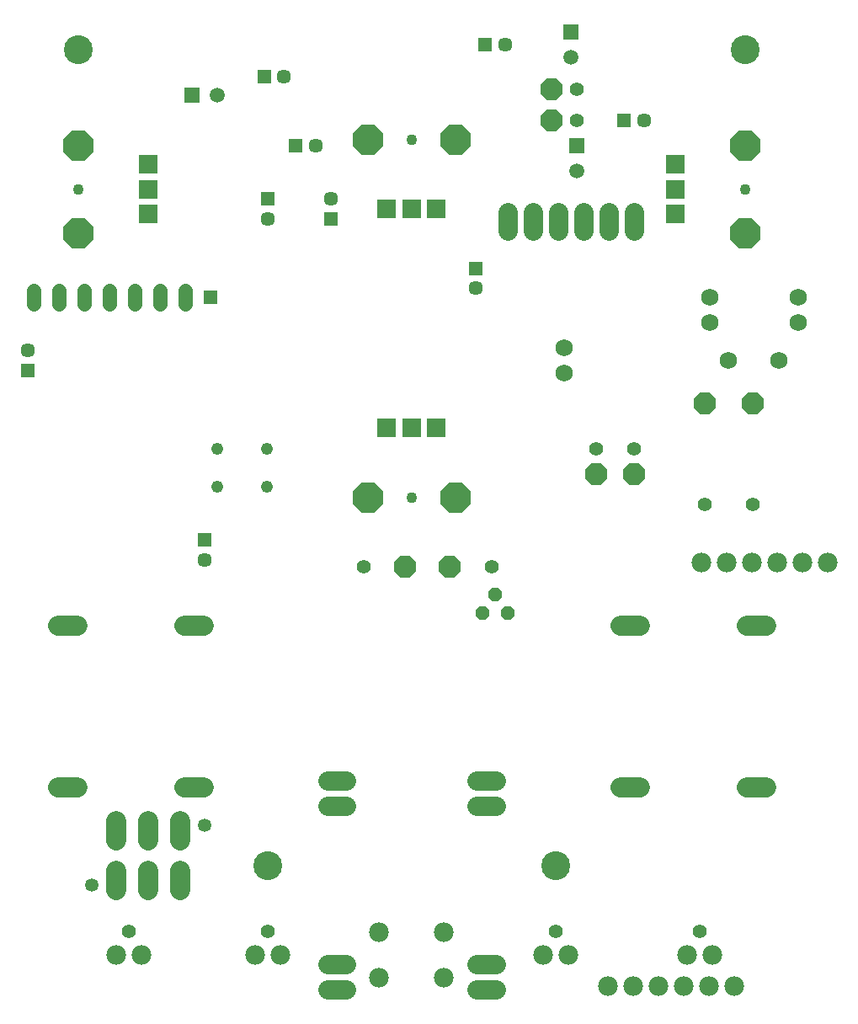
<source format=gbr>
G04 EAGLE Gerber X2 export*
%TF.Part,Single*%
%TF.FileFunction,Soldermask,Bot,1*%
%TF.FilePolarity,Positive*%
%TF.GenerationSoftware,Autodesk,EAGLE,9.2.2*%
%TF.CreationDate,2019-03-12T13:45:00Z*%
G75*
%MOMM*%
%FSLAX34Y34*%
%LPD*%
%INSoldermask Bottom*%
%AMOC8*
5,1,8,0,0,1.08239X$1,22.5*%
G01*
%ADD10R,1.451600X1.451600*%
%ADD11C,1.451600*%
%ADD12C,1.752600*%
%ADD13C,1.244600*%
%ADD14C,1.509600*%
%ADD15R,1.509600X1.509600*%
%ADD16C,1.981200*%
%ADD17R,1.981200X1.981200*%
%ADD18P,3.357141X8X22.500000*%
%ADD19C,1.101600*%
%ADD20R,1.422400X1.422400*%
%ADD21C,1.422400*%
%ADD22P,3.357141X8X112.500000*%
%ADD23P,3.357141X8X202.500000*%
%ADD24P,3.357141X8X292.500000*%
%ADD25C,2.051600*%
%ADD26P,2.446851X8X22.500000*%
%ADD27C,1.351600*%
%ADD28C,1.981200*%
%ADD29C,2.901600*%
%ADD30P,1.539592X8X22.500000*%
%ADD31C,1.401600*%
%ADD32P,2.446851X8X202.500000*%


D10*
X55900Y637700D03*
D11*
X55900Y657700D03*
D10*
X360700Y790100D03*
D11*
X360700Y810100D03*
D10*
X297200Y810100D03*
D11*
X297200Y790100D03*
D12*
X595650Y635000D03*
X595650Y660400D03*
D10*
X325300Y863600D03*
D11*
X345300Y863600D03*
D13*
X296800Y520700D03*
X246800Y520700D03*
D10*
X293550Y933450D03*
D11*
X313550Y933450D03*
D14*
X246400Y914400D03*
D15*
X221000Y914400D03*
D16*
X538500Y796798D02*
X538500Y778002D01*
X563900Y778002D02*
X563900Y796798D01*
X589300Y796798D02*
X589300Y778002D01*
X614700Y778002D02*
X614700Y796798D01*
X640100Y796798D02*
X640100Y778002D01*
X665500Y778002D02*
X665500Y796798D01*
D17*
X177000Y845000D03*
X177000Y820000D03*
X177000Y795000D03*
D18*
X107000Y864000D03*
X107000Y776000D03*
D19*
X107000Y820000D03*
D20*
X240050Y711200D03*
D21*
X214650Y717804D02*
X214650Y704596D01*
X189250Y704596D02*
X189250Y717804D01*
X163850Y717804D02*
X163850Y704596D01*
X138450Y704596D02*
X138450Y717804D01*
X113050Y717804D02*
X113050Y704596D01*
X87650Y704596D02*
X87650Y717804D01*
X62250Y717804D02*
X62250Y704596D01*
D12*
X760750Y647700D03*
X811550Y647700D03*
D17*
X417000Y580000D03*
X442000Y580000D03*
X467000Y580000D03*
D22*
X398000Y510000D03*
X486000Y510000D03*
D19*
X442000Y510000D03*
D17*
X707000Y795000D03*
X707000Y820000D03*
X707000Y845000D03*
D23*
X777000Y776000D03*
X777000Y864000D03*
D19*
X777000Y820000D03*
D17*
X467000Y800000D03*
X442000Y800000D03*
X417000Y800000D03*
D24*
X486000Y870000D03*
X398000Y870000D03*
D19*
X442000Y870000D03*
D25*
X106250Y218850D02*
X86750Y218850D01*
X86750Y381150D02*
X106250Y381150D01*
X213750Y218850D02*
X233250Y218850D01*
X233250Y381150D02*
X213750Y381150D01*
X778750Y381150D02*
X798250Y381150D01*
X798250Y218850D02*
X778750Y218850D01*
X671250Y381150D02*
X651750Y381150D01*
X651750Y218850D02*
X671250Y218850D01*
D10*
X655500Y889000D03*
D11*
X675500Y889000D03*
D10*
X515800Y965200D03*
D11*
X535800Y965200D03*
D14*
X608350Y838200D03*
D15*
X608350Y863600D03*
D14*
X602000Y952500D03*
D15*
X602000Y977900D03*
D10*
X233700Y467200D03*
D11*
X233700Y447200D03*
D13*
X296800Y558800D03*
X246800Y558800D03*
D26*
X627400Y533400D03*
X665500Y533400D03*
X582950Y920750D03*
X582950Y889000D03*
D25*
X145000Y135000D02*
X145000Y115500D01*
X177000Y115500D02*
X177000Y135000D01*
X209000Y135000D02*
X209000Y115500D01*
X209000Y165000D02*
X209000Y184500D01*
X177000Y184500D02*
X177000Y165000D01*
X145000Y165000D02*
X145000Y184500D01*
D27*
X120000Y120000D03*
X234000Y180000D03*
D28*
X474512Y72606D03*
X409488Y72606D03*
X474512Y27394D03*
X409488Y27394D03*
X170200Y50000D03*
X144800Y50000D03*
X309900Y50000D03*
X284500Y50000D03*
X599700Y50000D03*
X574300Y50000D03*
X744700Y50000D03*
X719300Y50000D03*
D29*
X107000Y960000D03*
X777000Y960000D03*
D30*
X538500Y393700D03*
X525800Y412750D03*
X513100Y393700D03*
D12*
X741700Y711200D03*
X741700Y685800D03*
X830600Y711200D03*
X830600Y685800D03*
D29*
X297000Y140000D03*
X587000Y140000D03*
D10*
X506750Y740250D03*
D11*
X506750Y720250D03*
D31*
X608350Y889000D03*
X608350Y920750D03*
X627400Y558800D03*
X665500Y558800D03*
D32*
X785183Y604258D03*
D26*
X736512Y604258D03*
D31*
X785183Y502936D03*
X736512Y502936D03*
X393696Y440002D03*
X522315Y440002D03*
D26*
X435510Y440002D03*
X480500Y440002D03*
D16*
X507602Y200000D02*
X526398Y200000D01*
X526398Y225400D02*
X507602Y225400D01*
X376398Y200000D02*
X357602Y200000D01*
X357602Y225400D02*
X376398Y225400D01*
X507602Y15000D02*
X526398Y15000D01*
X526398Y40400D02*
X507602Y40400D01*
X376398Y15000D02*
X357602Y15000D01*
X357602Y40400D02*
X376398Y40400D01*
D28*
X766746Y18896D03*
X741346Y18896D03*
X715946Y18896D03*
X690546Y18896D03*
X665146Y18896D03*
X639746Y18896D03*
X860263Y444561D03*
X834863Y444561D03*
X809463Y444561D03*
X784063Y444561D03*
X758663Y444561D03*
X733263Y444561D03*
D31*
X157500Y74000D03*
X297200Y74000D03*
X587000Y74000D03*
X732000Y74000D03*
M02*

</source>
